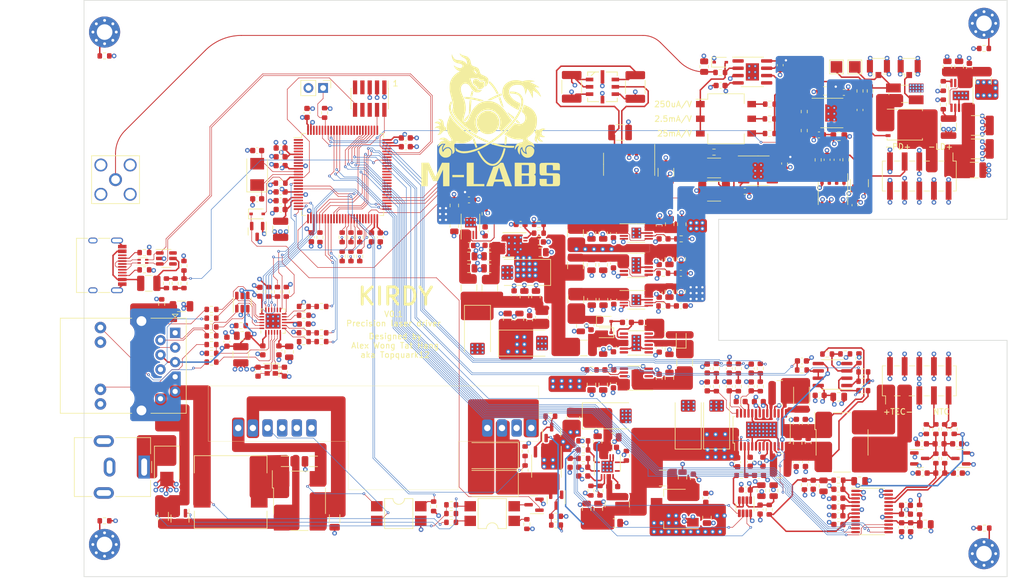
<source format=kicad_pcb>
(kicad_pcb (version 20211014) (generator pcbnew)

  (general
    (thickness 1.6)
  )

  (paper "A4")
  (layers
    (0 "F.Cu" signal)
    (1 "In1.Cu" signal)
    (2 "In2.Cu" signal)
    (31 "B.Cu" signal)
    (32 "B.Adhes" user "B.Adhesive")
    (33 "F.Adhes" user "F.Adhesive")
    (34 "B.Paste" user)
    (35 "F.Paste" user)
    (36 "B.SilkS" user "B.Silkscreen")
    (37 "F.SilkS" user "F.Silkscreen")
    (38 "B.Mask" user)
    (39 "F.Mask" user)
    (40 "Dwgs.User" user "User.Drawings")
    (41 "Cmts.User" user "User.Comments")
    (42 "Eco1.User" user "User.Eco1")
    (43 "Eco2.User" user "User.Eco2")
    (44 "Edge.Cuts" user)
    (45 "Margin" user)
    (46 "B.CrtYd" user "B.Courtyard")
    (47 "F.CrtYd" user "F.Courtyard")
    (48 "B.Fab" user)
    (49 "F.Fab" user)
    (50 "User.1" user)
    (51 "User.2" user)
    (52 "User.3" user)
    (53 "User.4" user)
    (54 "User.5" user)
    (55 "User.6" user)
    (56 "User.7" user)
    (57 "User.8" user)
    (58 "User.9" user)
  )

  (setup
    (stackup
      (layer "F.SilkS" (type "Top Silk Screen"))
      (layer "F.Paste" (type "Top Solder Paste"))
      (layer "F.Mask" (type "Top Solder Mask") (thickness 0.01))
      (layer "F.Cu" (type "copper") (thickness 0.035))
      (layer "dielectric 1" (type "core") (thickness 0.48) (material "FR4") (epsilon_r 4.5) (loss_tangent 0.02))
      (layer "In1.Cu" (type "copper") (thickness 0.035))
      (layer "dielectric 2" (type "prepreg") (thickness 0.48) (material "FR4") (epsilon_r 4.5) (loss_tangent 0.02))
      (layer "In2.Cu" (type "copper") (thickness 0.035))
      (layer "dielectric 3" (type "core") (thickness 0.48) (material "FR4") (epsilon_r 4.5) (loss_tangent 0.02))
      (layer "B.Cu" (type "copper") (thickness 0.035))
      (layer "B.Mask" (type "Bottom Solder Mask") (thickness 0.01))
      (layer "B.Paste" (type "Bottom Solder Paste"))
      (layer "B.SilkS" (type "Bottom Silk Screen"))
      (copper_finish "ENIG")
      (dielectric_constraints no)
    )
    (pad_to_mask_clearance 0)
    (pcbplotparams
      (layerselection 0x00010fc_ffffffff)
      (disableapertmacros false)
      (usegerberextensions true)
      (usegerberattributes false)
      (usegerberadvancedattributes false)
      (creategerberjobfile true)
      (svguseinch false)
      (svgprecision 6)
      (excludeedgelayer true)
      (plotframeref false)
      (viasonmask false)
      (mode 1)
      (useauxorigin false)
      (hpglpennumber 1)
      (hpglpenspeed 20)
      (hpglpendiameter 15.000000)
      (dxfpolygonmode true)
      (dxfimperialunits true)
      (dxfusepcbnewfont true)
      (psnegative false)
      (psa4output false)
      (plotreference false)
      (plotvalue false)
      (plotinvisibletext false)
      (sketchpadsonfab false)
      (subtractmaskfromsilk true)
      (outputformat 1)
      (mirror false)
      (drillshape 0)
      (scaleselection 1)
      (outputdirectory "gerbers")
    )
  )

  (net 0 "")
  (net 1 "+5VA")
  (net 2 "GND")
  (net 3 "Net-(C2-Pad2)")
  (net 4 "Net-(C5-Pad1)")
  (net 5 "Net-(C5-Pad2)")
  (net 6 "Net-(C6-Pad1)")
  (net 7 "+9VA")
  (net 8 "-6V")
  (net 9 "+15V")
  (net 10 "Net-(C13-Pad1)")
  (net 11 "Net-(C13-Pad2)")
  (net 12 "/MCU/PD_MON")
  (net 13 "/driveStage/PD_C")
  (net 14 "Net-(C17-Pad2)")
  (net 15 "Net-(C18-Pad1)")
  (net 16 "Net-(C19-Pad1)")
  (net 17 "+3V3")
  (net 18 "Net-(C21-Pad2)")
  (net 19 "Net-(C22-Pad1)")
  (net 20 "/MCU/VREF")
  (net 21 "+12V")
  (net 22 "Net-(C37-Pad2)")
  (net 23 "Net-(C38-Pad1)")
  (net 24 "Net-(C38-Pad2)")
  (net 25 "Net-(C40-Pad1)")
  (net 26 "Net-(C42-Pad2)")
  (net 27 "Net-(C43-Pad2)")
  (net 28 "-9V")
  (net 29 "IN")
  (net 30 "Net-(C50-Pad1)")
  (net 31 "Net-(C51-Pad1)")
  (net 32 "Net-(C52-Pad1)")
  (net 33 "Net-(C53-Pad1)")
  (net 34 "Net-(C54-Pad1)")
  (net 35 "Net-(C55-Pad1)")
  (net 36 "Net-(C69-Pad1)")
  (net 37 "Net-(C70-Pad1)")
  (net 38 "Net-(C71-Pad1)")
  (net 39 "Net-(C72-Pad1)")
  (net 40 "Net-(C73-Pad1)")
  (net 41 "Net-(C74-Pad1)")
  (net 42 "+9V")
  (net 43 "+8V")
  (net 44 "+3.3VA")
  (net 45 "/thermostat/DAC_REF")
  (net 46 "/thermostat/ADC_REF")
  (net 47 "/thermostat/ADC_A3V3")
  (net 48 "/thermostat/ADC_D3V3")
  (net 49 "Net-(C102-Pad1)")
  (net 50 "Net-(C103-Pad1)")
  (net 51 "Net-(C104-Pad1)")
  (net 52 "/thermostat/MAXV")
  (net 53 "/thermostat/MAXIP")
  (net 54 "/thermostat/MAXIN")
  (net 55 "Net-(C110-Pad1)")
  (net 56 "Net-(C115-Pad1)")
  (net 57 "Net-(C117-Pad1)")
  (net 58 "/MCU/TEC_ISEN")
  (net 59 "Net-(C119-Pad1)")
  (net 60 "/MCU/TEC_VREF")
  (net 61 "Net-(C122-Pad2)")
  (net 62 "Net-(C123-Pad2)")
  (net 63 "Net-(C125-Pad1)")
  (net 64 "+5V")
  (net 65 "Net-(C132-Pad2)")
  (net 66 "Net-(C133-Pad2)")
  (net 67 "Net-(C135-Pad2)")
  (net 68 "Net-(C136-Pad2)")
  (net 69 "Net-(C141-Pad1)")
  (net 70 "Net-(C145-Pad1)")
  (net 71 "Net-(C145-Pad2)")
  (net 72 "Net-(C146-Pad1)")
  (net 73 "Net-(C147-Pad1)")
  (net 74 "Net-(C148-Pad1)")
  (net 75 "Net-(C149-Pad1)")
  (net 76 "Net-(C149-Pad2)")
  (net 77 "Net-(C150-Pad1)")
  (net 78 "Net-(C151-Pad1)")
  (net 79 "Net-(C152-Pad1)")
  (net 80 "Net-(C152-Pad2)")
  (net 81 "Net-(C158-Pad1)")
  (net 82 "Net-(C162-Pad2)")
  (net 83 "Net-(C163-Pad2)")
  (net 84 "Net-(C164-Pad1)")
  (net 85 "/Ehternet/AVDDT_PHY")
  (net 86 "/Ehternet/ETH_SHIELD")
  (net 87 "Net-(D1-Pad2)")
  (net 88 "/MCU/MCU_RSTn")
  (net 89 "/MCU/RST")
  (net 90 "Net-(FB12-Pad1)")
  (net 91 "Net-(FB12-Pad2)")
  (net 92 "/thermostat/TEC+")
  (net 93 "/thermostat/TEC-")
  (net 94 "Net-(J7-PadA7)")
  (net 95 "Net-(J7-PadA6)")
  (net 96 "/MCU/USB_DP")
  (net 97 "/MCU/USB_DN")
  (net 98 "Net-(J1-Pad1)")
  (net 99 "Net-(J2-Pad1)")
  (net 100 "/MCU/SWDIO")
  (net 101 "/MCU/SWCLK")
  (net 102 "unconnected-(J4-Pad6)")
  (net 103 "unconnected-(J4-Pad7)")
  (net 104 "unconnected-(J4-Pad8)")
  (net 105 "unconnected-(J4-Pad9)")
  (net 106 "Net-(J6-Pad1)")
  (net 107 "Net-(J6-Pad2)")
  (net 108 "Net-(J6-Pad3)")
  (net 109 "Net-(J6-Pad6)")
  (net 110 "/Ehternet/POE_VC-")
  (net 111 "/Ehternet/POE_VC+")
  (net 112 "Net-(J6-Pad11)")
  (net 113 "Net-(J6-Pad13)")
  (net 114 "Net-(J7-PadA5)")
  (net 115 "unconnected-(J7-PadA8)")
  (net 116 "Net-(J7-PadB5)")
  (net 117 "unconnected-(J7-PadB8)")
  (net 118 "/driveStage/LD-")
  (net 119 "/thermostat/NTC+")
  (net 120 "/thermostat/NTC-")
  (net 121 "Net-(JP1-Pad1)")
  (net 122 "Net-(L2-Pad1)")
  (net 123 "Net-(L3-Pad1)")
  (net 124 "Net-(Q1-Pad1)")
  (net 125 "Net-(Q2-Pad3)")
  (net 126 "Net-(Q3-Pad1)")
  (net 127 "Net-(Q4-Pad1)")
  (net 128 "Net-(Q5-Pad4)")
  (net 129 "Net-(Q6-Pad1)")
  (net 130 "Net-(R4-Pad1)")
  (net 131 "Net-(R4-Pad2)")
  (net 132 "Net-(R5-Pad1)")
  (net 133 "Net-(R6-Pad1)")
  (net 134 "Net-(R7-Pad2)")
  (net 135 "Net-(R10-Pad2)")
  (net 136 "/MCU/PD_BIAS")
  (net 137 "Net-(R14-Pad2)")
  (net 138 "Net-(R15-Pad2)")
  (net 139 "Net-(R16-Pad2)")
  (net 140 "Net-(R17-Pad2)")
  (net 141 "Net-(R18-Pad2)")
  (net 142 "Net-(R19-Pad2)")
  (net 143 "Net-(R24-Pad2)")
  (net 144 "Net-(R29-Pad2)")
  (net 145 "Net-(R30-Pad2)")
  (net 146 "/MCU/PWM_MAXV")
  (net 147 "/MCU/PWM_MAXIP")
  (net 148 "/MCU/PWM_MAXIN")
  (net 149 "Net-(R41-Pad1)")
  (net 150 "Net-(R42-Pad2)")
  (net 151 "Net-(R45-Pad1)")
  (net 152 "Net-(R46-Pad2)")
  (net 153 "/MCU/TEC_VSEN")
  (net 154 "Net-(R48-Pad2)")
  (net 155 "Net-(R56-Pad2)")
  (net 156 "Net-(R57-Pad2)")
  (net 157 "Net-(R60-Pad2)")
  (net 158 "Net-(R63-Pad1)")
  (net 159 "Net-(R65-Pad1)")
  (net 160 "/MCU/AT_EVENT")
  (net 161 "/MCU/POE_PWR_SRC")
  (net 162 "/Ehternet/RMII_RXD0")
  (net 163 "Net-(R73-Pad2)")
  (net 164 "/Ehternet/RMII_RXD1")
  (net 165 "Net-(R74-Pad2)")
  (net 166 "/Ehternet/RMII_CRS_DV")
  (net 167 "Net-(R75-Pad2)")
  (net 168 "/Ehternet/RMII_REF_CLK")
  (net 169 "Net-(R76-Pad2)")
  (net 170 "/Ehternet/RMII_MDIO")
  (net 171 "Net-(R82-Pad2)")
  (net 172 "/Ehternet/ETH_LED_1")
  (net 173 "Net-(R84-Pad1)")
  (net 174 "/Ehternet/PHY_TD_P")
  (net 175 "/Ehternet/PHY_TD_N")
  (net 176 "/Ehternet/PHY_RD_P")
  (net 177 "/Ehternet/PHY_RD_N")
  (net 178 "/Ehternet/ETH_LED_2")
  (net 179 "Net-(R94-Pad2)")
  (net 180 "Net-(R95-Pad1)")
  (net 181 "/MCU/USB_VBUS")
  (net 182 "/MCU/LDAC_LOAD")
  (net 183 "/MCU/LDAC_CLK")
  (net 184 "/MCU/LDAC_MOSI")
  (net 185 "/MCU/LDAC_CS")
  (net 186 "/MCU/TADC_SYNC")
  (net 187 "/MCU/TADC_MISO")
  (net 188 "/MCU/TDAC_MOSI")
  (net 189 "/MCU/TADC_CLK")
  (net 190 "/MCU/TDAC_CLK")
  (net 191 "/MCU/TADC_CS")
  (net 192 "/MCU/TDAC_SYNC")
  (net 193 "/MCU/TADC_MOSI")
  (net 194 "Net-(U1-Pad6)")
  (net 195 "unconnected-(U2-Pad1)")
  (net 196 "unconnected-(U2-Pad9)")
  (net 197 "unconnected-(U2-Pad13)")
  (net 198 "unconnected-(U5-Pad7)")
  (net 199 "unconnected-(U7-Pad1)")
  (net 200 "unconnected-(U7-Pad2)")
  (net 201 "unconnected-(U7-Pad3)")
  (net 202 "unconnected-(U7-Pad4)")
  (net 203 "unconnected-(U7-Pad5)")
  (net 204 "unconnected-(U7-Pad7)")
  (net 205 "unconnected-(U7-Pad8)")
  (net 206 "unconnected-(U7-Pad9)")
  (net 207 "unconnected-(U7-Pad15)")
  (net 208 "/Ehternet/RMII_MDC")
  (net 209 "/Ehternet/PHY_NRST")
  (net 210 "/MCU/TEC_SHDN")
  (net 211 "unconnected-(U7-Pad37)")
  (net 212 "unconnected-(U7-Pad38)")
  (net 213 "unconnected-(U7-Pad45)")
  (net 214 "unconnected-(U7-Pad46)")
  (net 215 "/Ehternet/RMII_TX_EN")
  (net 216 "/Ehternet/RMII_TXD0")
  (net 217 "/Ehternet/RMII_TXD1")
  (net 218 "unconnected-(U7-Pad56)")
  (net 219 "unconnected-(U7-Pad57)")
  (net 220 "unconnected-(U7-Pad58)")
  (net 221 "unconnected-(U7-Pad59)")
  (net 222 "unconnected-(U7-Pad60)")
  (net 223 "unconnected-(U7-Pad61)")
  (net 224 "unconnected-(U7-Pad62)")
  (net 225 "unconnected-(U7-Pad63)")
  (net 226 "unconnected-(U7-Pad64)")
  (net 227 "unconnected-(U7-Pad65)")
  (net 228 "unconnected-(U7-Pad66)")
  (net 229 "unconnected-(U7-Pad67)")
  (net 230 "unconnected-(U7-Pad69)")
  (net 231 "unconnected-(U7-Pad82)")
  (net 232 "unconnected-(U7-Pad83)")
  (net 233 "unconnected-(U7-Pad84)")
  (net 234 "unconnected-(U7-Pad85)")
  (net 235 "unconnected-(U7-Pad86)")
  (net 236 "unconnected-(U7-Pad87)")
  (net 237 "unconnected-(U7-Pad88)")
  (net 238 "unconnected-(U7-Pad96)")
  (net 239 "unconnected-(U7-Pad97)")
  (net 240 "unconnected-(U7-Pad98)")
  (net 241 "unconnected-(U9-Pad1)")
  (net 242 "unconnected-(U9-Pad3)")
  (net 243 "unconnected-(U9-Pad6)")
  (net 244 "unconnected-(U9-Pad7)")
  (net 245 "unconnected-(U9-Pad12)")
  (net 246 "unconnected-(U10-Pad5)")
  (net 247 "unconnected-(U11-Pad4)")
  (net 248 "unconnected-(U12-Pad5)")
  (net 249 "unconnected-(U13-Pad5)")
  (net 250 "unconnected-(U14-Pad4)")
  (net 251 "unconnected-(U15-Pad4)")
  (net 252 "unconnected-(U15-Pad7)")
  (net 253 "unconnected-(U16-Pad4)")
  (net 254 "unconnected-(U18-Pad9)")
  (net 255 "unconnected-(U18-Pad10)")
  (net 256 "unconnected-(U18-Pad19)")
  (net 257 "unconnected-(U18-Pad20)")
  (net 258 "Net-(U19-Pad5)")
  (net 259 "unconnected-(U22-Pad14)")
  (net 260 "Net-(U23-Pad3)")
  (net 261 "unconnected-(U23-Pad4)")
  (net 262 "unconnected-(U23-Pad5)")
  (net 263 "unconnected-(U23-Pad6)")
  (net 264 "unconnected-(U23-Pad9)")
  (net 265 "unconnected-(U28-Pad4)")
  (net 266 "unconnected-(U28-Pad6)")
  (net 267 "Net-(C35-Pad1)")
  (net 268 "Net-(J3-Pad1)")
  (net 269 "Net-(H1-Pad1)")
  (net 270 "Net-(H2-Pad1)")
  (net 271 "Net-(H3-Pad1)")
  (net 272 "Net-(H4-Pad1)")

  (footprint "Connector_RJ:RJ45_Abracon_ARJP11A-MA_Horizontal" (layer "F.Cu") (at 15.7964 57.6926 -90))

  (footprint "Resistor_SMD:R_0603_1608Metric" (layer "F.Cu") (at 38.1008 53.117 180))

  (footprint "Resistor_SMD:R_0603_1608Metric" (layer "F.Cu") (at 63.6448 87.521 180))

  (footprint "Resistor_SMD:R_0603_1608Metric" (layer "F.Cu") (at 81.816 89.515))

  (footprint "Capacitor_SMD:C_0603_1608Metric" (layer "F.Cu") (at 38.1008 56.165))

  (footprint "Capacitor_SMD:C_0603_1608Metric" (layer "F.Cu") (at 148.4148 82.022 180))

  (footprint "Package_TO_SOT_SMD:SOT-23" (layer "F.Cu") (at 81.054 75.0116 90))

  (footprint "Capacitor_SMD:C_0805_2012Metric" (layer "F.Cu") (at 107.978 89.7436 -90))

  (footprint "Inductor_SMD:L_1210_3225Metric" (layer "F.Cu") (at 34.077 39.728 90))

  (footprint "Capacitor_SMD:C_0603_1608Metric" (layer "F.Cu") (at 111.8388 63.8864 90))

  (footprint "Capacitor_SMD:C_0603_1608Metric" (layer "F.Cu") (at 66.7284 42.5348))

  (footprint "Package_QFP:LQFP-100_14x14mm_P0.5mm" (layer "F.Cu") (at 44.831 30.226))

  (footprint "Capacitor_SMD:C_0603_1608Metric" (layer "F.Cu") (at 115.6488 63.8864 90))

  (footprint "Resistor_SMD:R_0603_1608Metric" (layer "F.Cu") (at 38.1008 54.641 180))

  (footprint "Capacitor_SMD:C_0603_1608Metric" (layer "F.Cu") (at 108.0288 66.9852 90))

  (footprint "Capacitor_SMD:C_0805_2012Metric" (layer "F.Cu") (at 86.106 56.4874 -90))

  (footprint "Resistor_SMD:R_0603_1608Metric" (layer "F.Cu") (at 118.773 88.372 -90))

  (footprint "Resistor_SMD:R_0603_1608Metric" (layer "F.Cu") (at 41.1488 53.117 180))

  (footprint "Resistor_SMD:R_0603_1608Metric" (layer "F.Cu") (at 144.8334 88.385 90))

  (footprint "Resistor_SMD:R_0603_1608Metric" (layer "F.Cu") (at 113.4136 63.8864 -90))

  (footprint "Resistor_SMD:R_0603_1608Metric" (layer "F.Cu") (at 156.0094 8.362 180))

  (footprint "Capacitor_SMD:C_0603_1608Metric" (layer "F.Cu") (at 91.7702 60.211 90))

  (footprint "Diode_SMD:D_SMB" (layer "F.Cu") (at 14.351 80.899 -90))

  (footprint "Capacitor_SMD:C_0603_1608Metric" (layer "F.Cu") (at 66.7284 34.6354))

  (footprint "Inductor_SMD:L_Wuerth_WE-PD-Typ-LS" (layer "F.Cu") (at 25.4168 85.307))

  (footprint "Capacitor_SMD:C_0805_2012Metric" (layer "F.Cu") (at 70.2768 46.5043 180))

  (footprint "Package_SO:SOIC-8-1EP_3.9x4.9mm_P1.27mm_EP2.29x3mm" (layer "F.Cu") (at 115.852 12.426))

  (footprint "Capacitor_SMD:C_0805_2012Metric" (layer "F.Cu") (at 89.0296 76.5864 90))

  (footprint "Package_TO_SOT_SMD:SOT-23-6" (layer "F.Cu") (at 27.4328 52.355 90))

  (footprint "Resistor_SMD:R_0603_1608Metric" (layer "F.Cu") (at 47.793 41.122 90))

  (footprint "Capacitor_SMD:C_1812_4532Metric" (layer "F.Cu") (at 154.94 25.781))

  (footprint "Resistor_SMD:R_0603_1608Metric" (layer "F.Cu") (at 109.6036 63.8864 -90))

  (footprint "Resistor_SMD:R_0603_1608Metric" (layer "F.Cu") (at 100.4062 47.3586))

  (footprint "Capacitor_SMD:C_0603_1608Metric" (layer "F.Cu") (at 130.7618 89.4264 180))

  (footprint "Capacitor_SMD:C_0603_1608Metric" (layer "F.Cu") (at 91.7702 45.6444 -90))

  (footprint "Capacitor_SMD:C_0603_1608Metric" (layer "F.Cu") (at 117.186 88.3466 -90))

  (footprint "Capacitor_SMD:C_0603_1608Metric" (layer "F.Cu") (at 100.457 41.3896 180))

  (footprint "Capacitor_SMD:C_0805_2012Metric" (layer "F.Cu") (at 151.684 11.524 90))

  (footprint "Resistor_SMD:R_0603_1608Metric" (layer "F.Cu") (at 17.3254 46.0556 -90))

  (footprint "Resistor_SMD:R_0603_1608Metric" (layer "F.Cu") (at 117.2236 66.9852 -90))

  (footprint "Resistor_SMD:R_0603_1608Metric" (layer "F.Cu") (at 78.8442 38.875))

  (footprint "Capacitor_SMD:C_0603_1608Metric" (layer "F.Cu") (at 94.107 55.88))

  (footprint "Connector_Coaxial:SMA_Amphenol_132203-12_Horizontal" (layer "F.Cu") (at 5.461 31.115 90))

  (footprint "Inductor_SMD:L_1210_3225Metric" (layer "F.Cu") (at 70.3352 49.924 90))

  (footprint "Resistor_SMD:R_0603_1608Metric" (layer "F.Cu") (at 89.436 85.07 90))

  (footprint "Capacitor_SMD:C_0805_2012Metric" (layer "F.Cu")
    (tedit 5F68FEEE) (tstamp 1e4dc07e-2b74-4fa8-a6a1-96dea624930c)
    (at 10
... [4188810 chars truncated]
</source>
